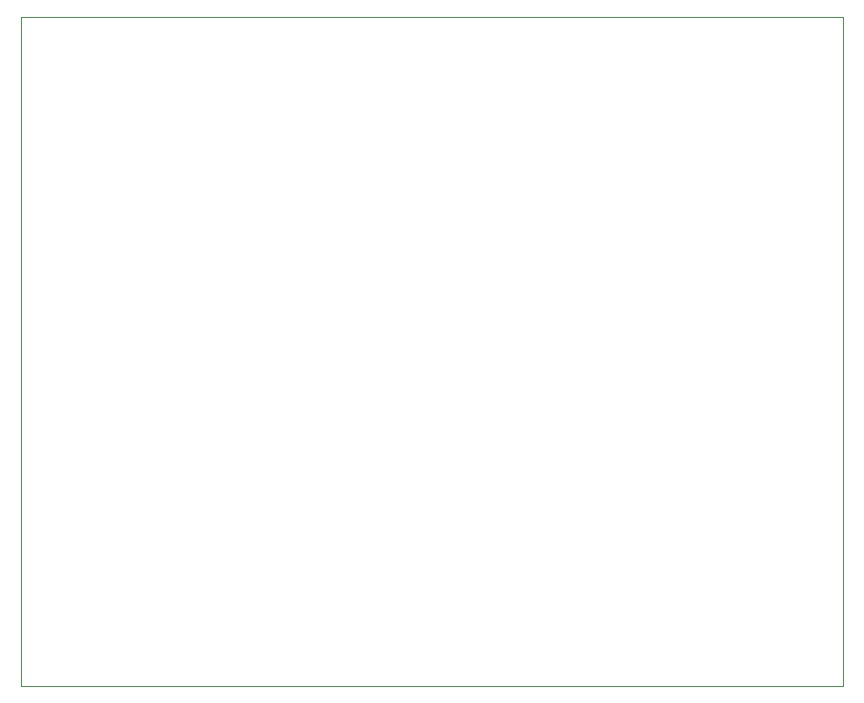
<source format=gm1>
G04 #@! TF.GenerationSoftware,KiCad,Pcbnew,8.0.1*
G04 #@! TF.CreationDate,2024-04-26T23:06:05-04:00*
G04 #@! TF.ProjectId,eDP adapter,65445020-6164-4617-9074-65722e6b6963,rev?*
G04 #@! TF.SameCoordinates,Original*
G04 #@! TF.FileFunction,Profile,NP*
%FSLAX46Y46*%
G04 Gerber Fmt 4.6, Leading zero omitted, Abs format (unit mm)*
G04 Created by KiCad (PCBNEW 8.0.1) date 2024-04-26 23:06:05*
%MOMM*%
%LPD*%
G01*
G04 APERTURE LIST*
G04 #@! TA.AperFunction,Profile*
%ADD10C,0.050000*%
G04 #@! TD*
G04 APERTURE END LIST*
D10*
X68580000Y-85598000D02*
X138176000Y-85598000D01*
X138176000Y-142240000D01*
X68580000Y-142240000D01*
X68580000Y-85598000D01*
M02*

</source>
